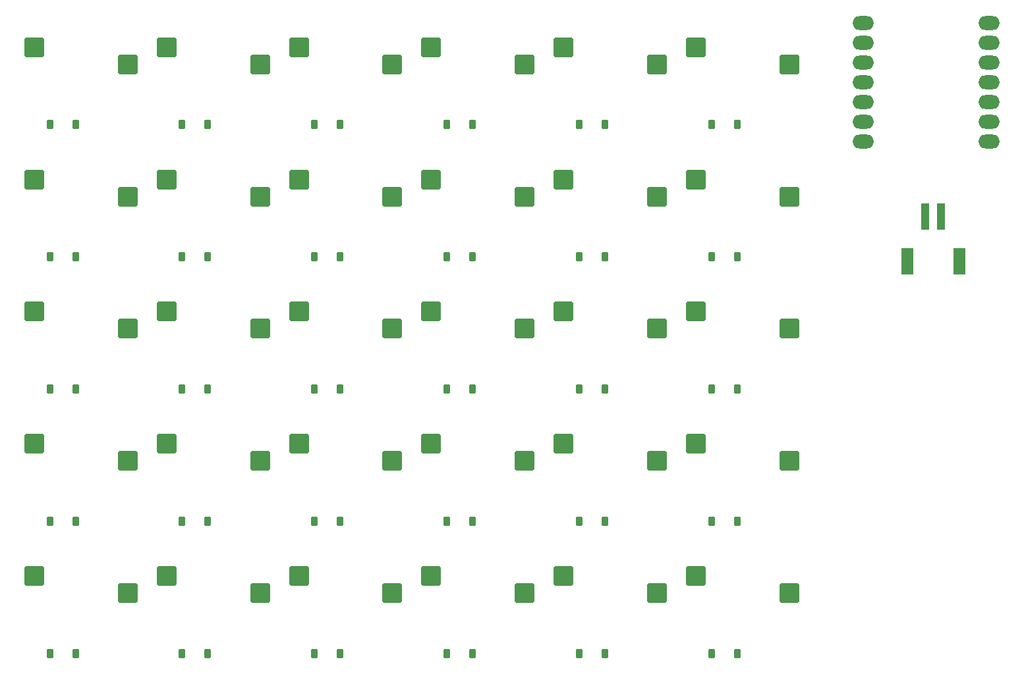
<source format=gbr>
%TF.GenerationSoftware,KiCad,Pcbnew,9.0.7*%
%TF.CreationDate,2026-01-23T21:58:33-06:00*%
%TF.ProjectId,LillyKey,4c696c6c-794b-4657-992e-6b696361645f,rev?*%
%TF.SameCoordinates,Original*%
%TF.FileFunction,Paste,Bot*%
%TF.FilePolarity,Positive*%
%FSLAX46Y46*%
G04 Gerber Fmt 4.6, Leading zero omitted, Abs format (unit mm)*
G04 Created by KiCad (PCBNEW 9.0.7) date 2026-01-23 21:58:33*
%MOMM*%
%LPD*%
G01*
G04 APERTURE LIST*
G04 Aperture macros list*
%AMRoundRect*
0 Rectangle with rounded corners*
0 $1 Rounding radius*
0 $2 $3 $4 $5 $6 $7 $8 $9 X,Y pos of 4 corners*
0 Add a 4 corners polygon primitive as box body*
4,1,4,$2,$3,$4,$5,$6,$7,$8,$9,$2,$3,0*
0 Add four circle primitives for the rounded corners*
1,1,$1+$1,$2,$3*
1,1,$1+$1,$4,$5*
1,1,$1+$1,$6,$7*
1,1,$1+$1,$8,$9*
0 Add four rect primitives between the rounded corners*
20,1,$1+$1,$2,$3,$4,$5,0*
20,1,$1+$1,$4,$5,$6,$7,0*
20,1,$1+$1,$6,$7,$8,$9,0*
20,1,$1+$1,$8,$9,$2,$3,0*%
G04 Aperture macros list end*
%ADD10O,2.750000X1.800000*%
%ADD11RoundRect,0.250000X-1.025000X-1.000000X1.025000X-1.000000X1.025000X1.000000X-1.025000X1.000000X0*%
%ADD12R,1.498600X3.403600*%
%ADD13R,0.990600X3.505200*%
%ADD14RoundRect,0.225000X-0.225000X-0.375000X0.225000X-0.375000X0.225000X0.375000X-0.225000X0.375000X0*%
G04 APERTURE END LIST*
D10*
%TO.C,U2*%
X137015040Y-24880000D03*
X137015040Y-27420000D03*
X137015040Y-29960000D03*
X137015040Y-32500000D03*
X137015040Y-35040000D03*
X137015040Y-37580000D03*
X137015040Y-40120000D03*
X153204960Y-40120000D03*
X153204960Y-37580000D03*
X153204960Y-35040000D03*
X153204960Y-32500000D03*
X153204960Y-29960000D03*
X153204960Y-27420000D03*
X153204960Y-24880000D03*
%TD*%
D11*
%TO.C,SW1*%
X30500000Y-28000000D03*
X42500000Y-30200000D03*
%TD*%
D12*
%TO.C,J1*%
X142649999Y-55560000D03*
X149350001Y-55560000D03*
D13*
X144999999Y-49809999D03*
X147000001Y-49809999D03*
%TD*%
D14*
%TO.C,D27*%
X69800000Y-105950000D03*
X66500000Y-105950000D03*
%TD*%
%TO.C,D18*%
X120800000Y-71950000D03*
X117500000Y-71950000D03*
%TD*%
%TO.C,D7*%
X35800000Y-54950000D03*
X32500000Y-54950000D03*
%TD*%
%TO.C,D9*%
X69800000Y-54950000D03*
X66500000Y-54950000D03*
%TD*%
%TO.C,D10*%
X86800000Y-54950000D03*
X83500000Y-54950000D03*
%TD*%
%TO.C,D15*%
X69800000Y-71950000D03*
X66500000Y-71950000D03*
%TD*%
%TO.C,D22*%
X86800000Y-88950000D03*
X83500000Y-88950000D03*
%TD*%
%TO.C,D14*%
X52800000Y-71950000D03*
X49500000Y-71950000D03*
%TD*%
%TO.C,D16*%
X86800000Y-71950000D03*
X83500000Y-71950000D03*
%TD*%
%TO.C,D5*%
X103800000Y-37950000D03*
X100500000Y-37950000D03*
%TD*%
%TO.C,D13*%
X35800000Y-71950000D03*
X32500000Y-71950000D03*
%TD*%
%TO.C,D8*%
X52800000Y-54950000D03*
X49500000Y-54950000D03*
%TD*%
%TO.C,D29*%
X103800000Y-105950000D03*
X100500000Y-105950000D03*
%TD*%
%TO.C,D2*%
X52800000Y-37950000D03*
X49500000Y-37950000D03*
%TD*%
%TO.C,D4*%
X86800000Y-37950000D03*
X83500000Y-37950000D03*
%TD*%
%TO.C,D26*%
X52800000Y-105950000D03*
X49500000Y-105950000D03*
%TD*%
%TO.C,D3*%
X69800000Y-37950000D03*
X66500000Y-37950000D03*
%TD*%
%TO.C,D28*%
X86800000Y-105950000D03*
X83500000Y-105950000D03*
%TD*%
%TO.C,D6*%
X120800000Y-37950000D03*
X117500000Y-37950000D03*
%TD*%
%TO.C,D23*%
X103800000Y-88950000D03*
X100500000Y-88950000D03*
%TD*%
%TO.C,D12*%
X120800000Y-54950000D03*
X117500000Y-54950000D03*
%TD*%
%TO.C,D24*%
X120800000Y-88950000D03*
X117500000Y-88950000D03*
%TD*%
%TO.C,D30*%
X120800000Y-105950000D03*
X117500000Y-105950000D03*
%TD*%
%TO.C,D20*%
X52800000Y-88950000D03*
X49500000Y-88950000D03*
%TD*%
%TO.C,D11*%
X103800000Y-54950000D03*
X100500000Y-54950000D03*
%TD*%
%TO.C,D1*%
X35800000Y-37950000D03*
X32500000Y-37950000D03*
%TD*%
%TO.C,D17*%
X103800000Y-71950000D03*
X100500000Y-71950000D03*
%TD*%
%TO.C,D19*%
X35800000Y-88950000D03*
X32500000Y-88950000D03*
%TD*%
%TO.C,D21*%
X69800000Y-88950000D03*
X66500000Y-88950000D03*
%TD*%
%TO.C,D25*%
X35800000Y-105950000D03*
X32500000Y-105950000D03*
%TD*%
D11*
%TO.C,SW7*%
X30500000Y-45000000D03*
X42500000Y-47200000D03*
%TD*%
%TO.C,SW6*%
X115500000Y-28000000D03*
X127500000Y-30200000D03*
%TD*%
%TO.C,SW19*%
X30500000Y-79000000D03*
X42500000Y-81200000D03*
%TD*%
%TO.C,SW10*%
X81500000Y-45000000D03*
X93500000Y-47200000D03*
%TD*%
%TO.C,SW25*%
X30500000Y-96000000D03*
X42500000Y-98200000D03*
%TD*%
%TO.C,SW16*%
X81500000Y-62000000D03*
X93500000Y-64200000D03*
%TD*%
%TO.C,SW18*%
X115500000Y-62000000D03*
X127500000Y-64200000D03*
%TD*%
%TO.C,SW27*%
X64500000Y-96000000D03*
X76500000Y-98200000D03*
%TD*%
%TO.C,SW2*%
X47500000Y-28000000D03*
X59500000Y-30200000D03*
%TD*%
%TO.C,SW24*%
X115500000Y-79000000D03*
X127500000Y-81200000D03*
%TD*%
%TO.C,SW29*%
X98500000Y-96000000D03*
X110500000Y-98200000D03*
%TD*%
%TO.C,SW5*%
X98500000Y-28000000D03*
X110500000Y-30200000D03*
%TD*%
%TO.C,SW8*%
X47500000Y-45000000D03*
X59500000Y-47200000D03*
%TD*%
%TO.C,SW23*%
X98500000Y-79000000D03*
X110500000Y-81200000D03*
%TD*%
%TO.C,SW13*%
X30500000Y-62000000D03*
X42500000Y-64200000D03*
%TD*%
%TO.C,SW9*%
X64500000Y-45000000D03*
X76500000Y-47200000D03*
%TD*%
%TO.C,SW21*%
X64500000Y-79000000D03*
X76500000Y-81200000D03*
%TD*%
%TO.C,SW30*%
X115500000Y-96000000D03*
X127500000Y-98200000D03*
%TD*%
%TO.C,SW3*%
X64500000Y-28000000D03*
X76500000Y-30200000D03*
%TD*%
%TO.C,SW4*%
X81500000Y-28000000D03*
X93500000Y-30200000D03*
%TD*%
%TO.C,SW22*%
X81500000Y-79000000D03*
X93500000Y-81200000D03*
%TD*%
%TO.C,SW11*%
X98500000Y-45000000D03*
X110500000Y-47200000D03*
%TD*%
%TO.C,SW28*%
X81500000Y-96000000D03*
X93500000Y-98200000D03*
%TD*%
%TO.C,SW12*%
X115500000Y-45000000D03*
X127500000Y-47200000D03*
%TD*%
%TO.C,SW17*%
X98500000Y-62000000D03*
X110500000Y-64200000D03*
%TD*%
%TO.C,SW14*%
X47500000Y-62000000D03*
X59500000Y-64200000D03*
%TD*%
%TO.C,SW20*%
X47500000Y-79000000D03*
X59500000Y-81200000D03*
%TD*%
%TO.C,SW26*%
X47500000Y-96000000D03*
X59500000Y-98200000D03*
%TD*%
%TO.C,SW15*%
X64500000Y-62000000D03*
X76500000Y-64200000D03*
%TD*%
M02*

</source>
